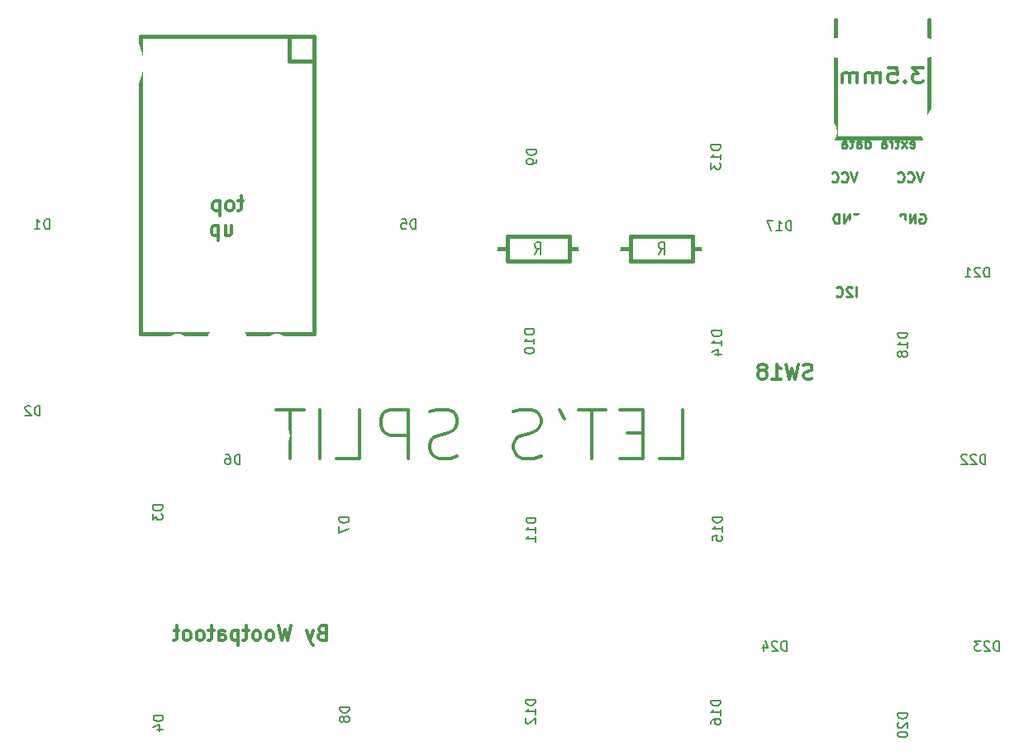
<source format=gbo>
%TF.GenerationSoftware,KiCad,Pcbnew,4.0.6*%
%TF.CreationDate,2017-11-03T08:26:54+09:00*%
%TF.ProjectId,lets_split,6C6574735F73706C69742E6B69636164,rev?*%
%TF.FileFunction,Legend,Bot*%
%FSLAX46Y46*%
G04 Gerber Fmt 4.6, Leading zero omitted, Abs format (unit mm)*
G04 Created by KiCad (PCBNEW 4.0.6) date 11/03/17 08:26:54*
%MOMM*%
%LPD*%
G01*
G04 APERTURE LIST*
%ADD10C,0.100000*%
%ADD11C,0.300000*%
%ADD12C,0.250000*%
%ADD13C,0.381000*%
%ADD14C,0.304800*%
%ADD15C,0.150000*%
%ADD16C,0.203200*%
%ADD17C,0.457200*%
%ADD18C,2.700000*%
%ADD19C,4.187810*%
%ADD20C,1.901810*%
%ADD21C,2.198980*%
%ADD22R,2.198980X2.198980*%
%ADD23O,2.257400X1.952600*%
%ADD24C,1.952600*%
%ADD25C,1.190600*%
%ADD26C,1.851000*%
%ADD27R,1.952600X1.952600*%
%ADD28C,2.200000*%
%ADD29C,1.724000*%
%ADD30C,1.200000*%
%ADD31C,0.700000*%
%ADD32C,8.200000*%
G04 APERTURE END LIST*
D10*
D11*
X-41014762Y33998095D02*
X-38633809Y33998095D01*
X-38633809Y38998095D01*
X-42681428Y36617143D02*
X-44348095Y36617143D01*
X-45062381Y33998095D02*
X-42681428Y33998095D01*
X-42681428Y38998095D01*
X-45062381Y38998095D01*
X-46490952Y38998095D02*
X-49348095Y38998095D01*
X-47919524Y33998095D02*
X-47919524Y38998095D01*
X-51252857Y38998095D02*
X-50776667Y38045714D01*
X-53157619Y34236190D02*
X-53871905Y33998095D01*
X-55062381Y33998095D01*
X-55538571Y34236190D01*
X-55776667Y34474286D01*
X-56014762Y34950476D01*
X-56014762Y35426667D01*
X-55776667Y35902857D01*
X-55538571Y36140952D01*
X-55062381Y36379048D01*
X-54110000Y36617143D01*
X-53633809Y36855238D01*
X-53395714Y37093333D01*
X-53157619Y37569524D01*
X-53157619Y38045714D01*
X-53395714Y38521905D01*
X-53633809Y38760000D01*
X-54110000Y38998095D01*
X-55300476Y38998095D01*
X-56014762Y38760000D01*
X-61729048Y34236190D02*
X-62443334Y33998095D01*
X-63633810Y33998095D01*
X-64110000Y34236190D01*
X-64348096Y34474286D01*
X-64586191Y34950476D01*
X-64586191Y35426667D01*
X-64348096Y35902857D01*
X-64110000Y36140952D01*
X-63633810Y36379048D01*
X-62681429Y36617143D01*
X-62205238Y36855238D01*
X-61967143Y37093333D01*
X-61729048Y37569524D01*
X-61729048Y38045714D01*
X-61967143Y38521905D01*
X-62205238Y38760000D01*
X-62681429Y38998095D01*
X-63871905Y38998095D01*
X-64586191Y38760000D01*
X-66729048Y33998095D02*
X-66729048Y38998095D01*
X-68633810Y38998095D01*
X-69110001Y38760000D01*
X-69348096Y38521905D01*
X-69586191Y38045714D01*
X-69586191Y37331429D01*
X-69348096Y36855238D01*
X-69110001Y36617143D01*
X-68633810Y36379048D01*
X-66729048Y36379048D01*
X-74110001Y33998095D02*
X-71729048Y33998095D01*
X-71729048Y38998095D01*
X-75776667Y33998095D02*
X-75776667Y38998095D01*
X-77443333Y38998095D02*
X-80300476Y38998095D01*
X-78871905Y33998095D02*
X-78871905Y38998095D01*
X-75610000Y16117143D02*
X-75824286Y16045714D01*
X-75895714Y15974286D01*
X-75967143Y15831429D01*
X-75967143Y15617143D01*
X-75895714Y15474286D01*
X-75824286Y15402857D01*
X-75681428Y15331429D01*
X-75110000Y15331429D01*
X-75110000Y16831429D01*
X-75610000Y16831429D01*
X-75752857Y16760000D01*
X-75824286Y16688571D01*
X-75895714Y16545714D01*
X-75895714Y16402857D01*
X-75824286Y16260000D01*
X-75752857Y16188571D01*
X-75610000Y16117143D01*
X-75110000Y16117143D01*
X-76467143Y16331429D02*
X-76824286Y15331429D01*
X-77181428Y16331429D02*
X-76824286Y15331429D01*
X-76681428Y14974286D01*
X-76610000Y14902857D01*
X-76467143Y14831429D01*
X-78752857Y16831429D02*
X-79110000Y15331429D01*
X-79395714Y16402857D01*
X-79681428Y15331429D01*
X-80038571Y16831429D01*
X-80824286Y15331429D02*
X-80681428Y15402857D01*
X-80610000Y15474286D01*
X-80538571Y15617143D01*
X-80538571Y16045714D01*
X-80610000Y16188571D01*
X-80681428Y16260000D01*
X-80824286Y16331429D01*
X-81038571Y16331429D01*
X-81181428Y16260000D01*
X-81252857Y16188571D01*
X-81324286Y16045714D01*
X-81324286Y15617143D01*
X-81252857Y15474286D01*
X-81181428Y15402857D01*
X-81038571Y15331429D01*
X-80824286Y15331429D01*
X-82181429Y15331429D02*
X-82038571Y15402857D01*
X-81967143Y15474286D01*
X-81895714Y15617143D01*
X-81895714Y16045714D01*
X-81967143Y16188571D01*
X-82038571Y16260000D01*
X-82181429Y16331429D01*
X-82395714Y16331429D01*
X-82538571Y16260000D01*
X-82610000Y16188571D01*
X-82681429Y16045714D01*
X-82681429Y15617143D01*
X-82610000Y15474286D01*
X-82538571Y15402857D01*
X-82395714Y15331429D01*
X-82181429Y15331429D01*
X-83110000Y16331429D02*
X-83681429Y16331429D01*
X-83324286Y16831429D02*
X-83324286Y15545714D01*
X-83395714Y15402857D01*
X-83538572Y15331429D01*
X-83681429Y15331429D01*
X-84181429Y16331429D02*
X-84181429Y14831429D01*
X-84181429Y16260000D02*
X-84324286Y16331429D01*
X-84610000Y16331429D01*
X-84752857Y16260000D01*
X-84824286Y16188571D01*
X-84895715Y16045714D01*
X-84895715Y15617143D01*
X-84824286Y15474286D01*
X-84752857Y15402857D01*
X-84610000Y15331429D01*
X-84324286Y15331429D01*
X-84181429Y15402857D01*
X-86181429Y15331429D02*
X-86181429Y16117143D01*
X-86110000Y16260000D01*
X-85967143Y16331429D01*
X-85681429Y16331429D01*
X-85538572Y16260000D01*
X-86181429Y15402857D02*
X-86038572Y15331429D01*
X-85681429Y15331429D01*
X-85538572Y15402857D01*
X-85467143Y15545714D01*
X-85467143Y15688571D01*
X-85538572Y15831429D01*
X-85681429Y15902857D01*
X-86038572Y15902857D01*
X-86181429Y15974286D01*
X-86681429Y16331429D02*
X-87252858Y16331429D01*
X-86895715Y16831429D02*
X-86895715Y15545714D01*
X-86967143Y15402857D01*
X-87110001Y15331429D01*
X-87252858Y15331429D01*
X-87967144Y15331429D02*
X-87824286Y15402857D01*
X-87752858Y15474286D01*
X-87681429Y15617143D01*
X-87681429Y16045714D01*
X-87752858Y16188571D01*
X-87824286Y16260000D01*
X-87967144Y16331429D01*
X-88181429Y16331429D01*
X-88324286Y16260000D01*
X-88395715Y16188571D01*
X-88467144Y16045714D01*
X-88467144Y15617143D01*
X-88395715Y15474286D01*
X-88324286Y15402857D01*
X-88181429Y15331429D01*
X-87967144Y15331429D01*
X-89324287Y15331429D02*
X-89181429Y15402857D01*
X-89110001Y15474286D01*
X-89038572Y15617143D01*
X-89038572Y16045714D01*
X-89110001Y16188571D01*
X-89181429Y16260000D01*
X-89324287Y16331429D01*
X-89538572Y16331429D01*
X-89681429Y16260000D01*
X-89752858Y16188571D01*
X-89824287Y16045714D01*
X-89824287Y15617143D01*
X-89752858Y15474286D01*
X-89681429Y15402857D01*
X-89538572Y15331429D01*
X-89324287Y15331429D01*
X-90252858Y16331429D02*
X-90824287Y16331429D01*
X-90467144Y16831429D02*
X-90467144Y15545714D01*
X-90538572Y15402857D01*
X-90681430Y15331429D01*
X-90824287Y15331429D01*
X-83645714Y60356429D02*
X-84217143Y60356429D01*
X-83860000Y60856429D02*
X-83860000Y59570714D01*
X-83931428Y59427857D01*
X-84074286Y59356429D01*
X-84217143Y59356429D01*
X-84931429Y59356429D02*
X-84788571Y59427857D01*
X-84717143Y59499286D01*
X-84645714Y59642143D01*
X-84645714Y60070714D01*
X-84717143Y60213571D01*
X-84788571Y60285000D01*
X-84931429Y60356429D01*
X-85145714Y60356429D01*
X-85288571Y60285000D01*
X-85360000Y60213571D01*
X-85431429Y60070714D01*
X-85431429Y59642143D01*
X-85360000Y59499286D01*
X-85288571Y59427857D01*
X-85145714Y59356429D01*
X-84931429Y59356429D01*
X-86074286Y60356429D02*
X-86074286Y58856429D01*
X-86074286Y60285000D02*
X-86217143Y60356429D01*
X-86502857Y60356429D01*
X-86645714Y60285000D01*
X-86717143Y60213571D01*
X-86788572Y60070714D01*
X-86788572Y59642143D01*
X-86717143Y59499286D01*
X-86645714Y59427857D01*
X-86502857Y59356429D01*
X-86217143Y59356429D01*
X-86074286Y59427857D01*
X-85502857Y57806429D02*
X-85502857Y56806429D01*
X-84860000Y57806429D02*
X-84860000Y57020714D01*
X-84931428Y56877857D01*
X-85074286Y56806429D01*
X-85288571Y56806429D01*
X-85431428Y56877857D01*
X-85502857Y56949286D01*
X-86217143Y57806429D02*
X-86217143Y56306429D01*
X-86217143Y57735000D02*
X-86360000Y57806429D01*
X-86645714Y57806429D01*
X-86788571Y57735000D01*
X-86860000Y57663571D01*
X-86931429Y57520714D01*
X-86931429Y57092143D01*
X-86860000Y56949286D01*
X-86788571Y56877857D01*
X-86645714Y56806429D01*
X-86360000Y56806429D01*
X-86217143Y56877857D01*
D12*
X-20883810Y50557619D02*
X-20883810Y51557619D01*
X-21312381Y51462381D02*
X-21360000Y51510000D01*
X-21455238Y51557619D01*
X-21693334Y51557619D01*
X-21788572Y51510000D01*
X-21836191Y51462381D01*
X-21883810Y51367143D01*
X-21883810Y51271905D01*
X-21836191Y51129048D01*
X-21264762Y50557619D01*
X-21883810Y50557619D01*
X-22883810Y50652857D02*
X-22836191Y50605238D01*
X-22693334Y50557619D01*
X-22598096Y50557619D01*
X-22455238Y50605238D01*
X-22360000Y50700476D01*
X-22312381Y50795714D01*
X-22264762Y50986190D01*
X-22264762Y51129048D01*
X-22312381Y51319524D01*
X-22360000Y51414762D01*
X-22455238Y51510000D01*
X-22598096Y51557619D01*
X-22693334Y51557619D01*
X-22836191Y51510000D01*
X-22883810Y51462381D01*
X-15324285Y65855238D02*
X-15229047Y65807619D01*
X-15038570Y65807619D01*
X-14943332Y65855238D01*
X-14895713Y65950476D01*
X-14895713Y66331429D01*
X-14943332Y66426667D01*
X-15038570Y66474286D01*
X-15229047Y66474286D01*
X-15324285Y66426667D01*
X-15371904Y66331429D01*
X-15371904Y66236190D01*
X-14895713Y66140952D01*
X-15705237Y65807619D02*
X-16229047Y66474286D01*
X-15705237Y66474286D02*
X-16229047Y65807619D01*
X-16467142Y66474286D02*
X-16848094Y66474286D01*
X-16609999Y66807619D02*
X-16609999Y65950476D01*
X-16657618Y65855238D01*
X-16752856Y65807619D01*
X-16848094Y65807619D01*
X-17181428Y65807619D02*
X-17181428Y66474286D01*
X-17181428Y66283810D02*
X-17229047Y66379048D01*
X-17276666Y66426667D01*
X-17371904Y66474286D01*
X-17467143Y66474286D01*
X-18229048Y65807619D02*
X-18229048Y66331429D01*
X-18181429Y66426667D01*
X-18086191Y66474286D01*
X-17895714Y66474286D01*
X-17800476Y66426667D01*
X-18229048Y65855238D02*
X-18133810Y65807619D01*
X-17895714Y65807619D01*
X-17800476Y65855238D01*
X-17752857Y65950476D01*
X-17752857Y66045714D01*
X-17800476Y66140952D01*
X-17895714Y66188571D01*
X-18133810Y66188571D01*
X-18229048Y66236190D01*
X-19895715Y65807619D02*
X-19895715Y66807619D01*
X-19895715Y65855238D02*
X-19800477Y65807619D01*
X-19610000Y65807619D01*
X-19514762Y65855238D01*
X-19467143Y65902857D01*
X-19419524Y65998095D01*
X-19419524Y66283810D01*
X-19467143Y66379048D01*
X-19514762Y66426667D01*
X-19610000Y66474286D01*
X-19800477Y66474286D01*
X-19895715Y66426667D01*
X-20800477Y65807619D02*
X-20800477Y66331429D01*
X-20752858Y66426667D01*
X-20657620Y66474286D01*
X-20467143Y66474286D01*
X-20371905Y66426667D01*
X-20800477Y65855238D02*
X-20705239Y65807619D01*
X-20467143Y65807619D01*
X-20371905Y65855238D01*
X-20324286Y65950476D01*
X-20324286Y66045714D01*
X-20371905Y66140952D01*
X-20467143Y66188571D01*
X-20705239Y66188571D01*
X-20800477Y66236190D01*
X-21133810Y66474286D02*
X-21514762Y66474286D01*
X-21276667Y66807619D02*
X-21276667Y65950476D01*
X-21324286Y65855238D01*
X-21419524Y65807619D01*
X-21514762Y65807619D01*
X-22276668Y65807619D02*
X-22276668Y66331429D01*
X-22229049Y66426667D01*
X-22133811Y66474286D01*
X-21943334Y66474286D01*
X-21848096Y66426667D01*
X-22276668Y65855238D02*
X-22181430Y65807619D01*
X-21943334Y65807619D01*
X-21848096Y65855238D01*
X-21800477Y65950476D01*
X-21800477Y66045714D01*
X-21848096Y66140952D01*
X-21943334Y66188571D01*
X-22181430Y66188571D01*
X-22276668Y66236190D01*
X-21098096Y59010000D02*
X-21002858Y59057619D01*
X-20860001Y59057619D01*
X-20717143Y59010000D01*
X-20621905Y58914762D01*
X-20574286Y58819524D01*
X-20526667Y58629048D01*
X-20526667Y58486190D01*
X-20574286Y58295714D01*
X-20621905Y58200476D01*
X-20717143Y58105238D01*
X-20860001Y58057619D01*
X-20955239Y58057619D01*
X-21098096Y58105238D01*
X-21145715Y58152857D01*
X-21145715Y58486190D01*
X-20955239Y58486190D01*
X-21574286Y58057619D02*
X-21574286Y59057619D01*
X-22145715Y58057619D01*
X-22145715Y59057619D01*
X-22621905Y58057619D02*
X-22621905Y59057619D01*
X-22860000Y59057619D01*
X-23002858Y59010000D01*
X-23098096Y58914762D01*
X-23145715Y58819524D01*
X-23193334Y58629048D01*
X-23193334Y58486190D01*
X-23145715Y58295714D01*
X-23098096Y58200476D01*
X-23002858Y58105238D01*
X-22860000Y58057619D01*
X-22621905Y58057619D01*
X-20776667Y63307619D02*
X-21110000Y62307619D01*
X-21443334Y63307619D01*
X-22348096Y62402857D02*
X-22300477Y62355238D01*
X-22157620Y62307619D01*
X-22062382Y62307619D01*
X-21919524Y62355238D01*
X-21824286Y62450476D01*
X-21776667Y62545714D01*
X-21729048Y62736190D01*
X-21729048Y62879048D01*
X-21776667Y63069524D01*
X-21824286Y63164762D01*
X-21919524Y63260000D01*
X-22062382Y63307619D01*
X-22157620Y63307619D01*
X-22300477Y63260000D01*
X-22348096Y63212381D01*
X-23348096Y62402857D02*
X-23300477Y62355238D01*
X-23157620Y62307619D01*
X-23062382Y62307619D01*
X-22919524Y62355238D01*
X-22824286Y62450476D01*
X-22776667Y62545714D01*
X-22729048Y62736190D01*
X-22729048Y62879048D01*
X-22776667Y63069524D01*
X-22824286Y63164762D01*
X-22919524Y63260000D01*
X-23062382Y63307619D01*
X-23157620Y63307619D01*
X-23300477Y63260000D01*
X-23348096Y63212381D01*
X-14026667Y63307619D02*
X-14360000Y62307619D01*
X-14693334Y63307619D01*
X-15598096Y62402857D02*
X-15550477Y62355238D01*
X-15407620Y62307619D01*
X-15312382Y62307619D01*
X-15169524Y62355238D01*
X-15074286Y62450476D01*
X-15026667Y62545714D01*
X-14979048Y62736190D01*
X-14979048Y62879048D01*
X-15026667Y63069524D01*
X-15074286Y63164762D01*
X-15169524Y63260000D01*
X-15312382Y63307619D01*
X-15407620Y63307619D01*
X-15550477Y63260000D01*
X-15598096Y63212381D01*
X-16598096Y62402857D02*
X-16550477Y62355238D01*
X-16407620Y62307619D01*
X-16312382Y62307619D01*
X-16169524Y62355238D01*
X-16074286Y62450476D01*
X-16026667Y62545714D01*
X-15979048Y62736190D01*
X-15979048Y62879048D01*
X-16026667Y63069524D01*
X-16074286Y63164762D01*
X-16169524Y63260000D01*
X-16312382Y63307619D01*
X-16407620Y63307619D01*
X-16550477Y63260000D01*
X-16598096Y63212381D01*
X-14348096Y59010000D02*
X-14252858Y59057619D01*
X-14110001Y59057619D01*
X-13967143Y59010000D01*
X-13871905Y58914762D01*
X-13824286Y58819524D01*
X-13776667Y58629048D01*
X-13776667Y58486190D01*
X-13824286Y58295714D01*
X-13871905Y58200476D01*
X-13967143Y58105238D01*
X-14110001Y58057619D01*
X-14205239Y58057619D01*
X-14348096Y58105238D01*
X-14395715Y58152857D01*
X-14395715Y58486190D01*
X-14205239Y58486190D01*
X-14824286Y58057619D02*
X-14824286Y59057619D01*
X-15395715Y58057619D01*
X-15395715Y59057619D01*
X-15871905Y58057619D02*
X-15871905Y59057619D01*
X-16110000Y59057619D01*
X-16252858Y59010000D01*
X-16348096Y58914762D01*
X-16395715Y58819524D01*
X-16443334Y58629048D01*
X-16443334Y58486190D01*
X-16395715Y58295714D01*
X-16348096Y58200476D01*
X-16252858Y58105238D01*
X-16110000Y58057619D01*
X-15871905Y58057619D01*
D13*
X-13409400Y78910000D02*
X-13409400Y66845000D01*
X-13409400Y66845000D02*
X-23010600Y66845000D01*
X-23010600Y66845000D02*
X-23010600Y78910000D01*
X-50285000Y56730000D02*
X-56635000Y56730000D01*
X-56635000Y56730000D02*
X-56635000Y54190000D01*
X-56635000Y54190000D02*
X-50285000Y54190000D01*
X-50285000Y54190000D02*
X-50285000Y56730000D01*
X-58540000Y55460000D02*
X-56635000Y55460000D01*
X-48380000Y55460000D02*
X-50285000Y55460000D01*
X-43985000Y54190000D02*
X-37635000Y54190000D01*
X-37635000Y54190000D02*
X-37635000Y56730000D01*
X-37635000Y56730000D02*
X-43985000Y56730000D01*
X-43985000Y56730000D02*
X-43985000Y54190000D01*
X-35730000Y55460000D02*
X-37635000Y55460000D01*
X-45890000Y55460000D02*
X-43985000Y55460000D01*
X-94200000Y77250000D02*
X-76420000Y77250000D01*
X-76420000Y77250000D02*
X-76420000Y46770000D01*
X-76420000Y46770000D02*
X-94200000Y46770000D01*
X-94200000Y46770000D02*
X-94200000Y77250000D01*
X-78960000Y77250000D02*
X-78960000Y74710000D01*
X-78960000Y74710000D02*
X-76420000Y74710000D01*
D14*
X-25402286Y42195143D02*
X-25620000Y42122571D01*
X-25982857Y42122571D01*
X-26128000Y42195143D01*
X-26200571Y42267714D01*
X-26273143Y42412857D01*
X-26273143Y42558000D01*
X-26200571Y42703143D01*
X-26128000Y42775714D01*
X-25982857Y42848286D01*
X-25692571Y42920857D01*
X-25547429Y42993429D01*
X-25474857Y43066000D01*
X-25402286Y43211143D01*
X-25402286Y43356286D01*
X-25474857Y43501429D01*
X-25547429Y43574000D01*
X-25692571Y43646571D01*
X-26055429Y43646571D01*
X-26273143Y43574000D01*
X-26781143Y43646571D02*
X-27144000Y42122571D01*
X-27434286Y43211143D01*
X-27724572Y42122571D01*
X-28087429Y43646571D01*
X-29466286Y42122571D02*
X-28595429Y42122571D01*
X-29030857Y42122571D02*
X-29030857Y43646571D01*
X-28885714Y43428857D01*
X-28740572Y43283714D01*
X-28595429Y43211143D01*
X-30337143Y42993429D02*
X-30192001Y43066000D01*
X-30119429Y43138571D01*
X-30046858Y43283714D01*
X-30046858Y43356286D01*
X-30119429Y43501429D01*
X-30192001Y43574000D01*
X-30337143Y43646571D01*
X-30627429Y43646571D01*
X-30772572Y43574000D01*
X-30845143Y43501429D01*
X-30917715Y43356286D01*
X-30917715Y43283714D01*
X-30845143Y43138571D01*
X-30772572Y43066000D01*
X-30627429Y42993429D01*
X-30337143Y42993429D01*
X-30192001Y42920857D01*
X-30119429Y42848286D01*
X-30046858Y42703143D01*
X-30046858Y42412857D01*
X-30119429Y42267714D01*
X-30192001Y42195143D01*
X-30337143Y42122571D01*
X-30627429Y42122571D01*
X-30772572Y42195143D01*
X-30845143Y42267714D01*
X-30917715Y42412857D01*
X-30917715Y42703143D01*
X-30845143Y42848286D01*
X-30772572Y42920857D01*
X-30627429Y42993429D01*
D15*
X-15617619Y7884286D02*
X-16617619Y7884286D01*
X-16617619Y7646191D01*
X-16570000Y7503333D01*
X-16474762Y7408095D01*
X-16379524Y7360476D01*
X-16189048Y7312857D01*
X-16046190Y7312857D01*
X-15855714Y7360476D01*
X-15760476Y7408095D01*
X-15665238Y7503333D01*
X-15617619Y7646191D01*
X-15617619Y7884286D01*
X-16522381Y6931905D02*
X-16570000Y6884286D01*
X-16617619Y6789048D01*
X-16617619Y6550952D01*
X-16570000Y6455714D01*
X-16522381Y6408095D01*
X-16427143Y6360476D01*
X-16331905Y6360476D01*
X-16189048Y6408095D01*
X-15617619Y6979524D01*
X-15617619Y6360476D01*
X-16617619Y5741429D02*
X-16617619Y5646190D01*
X-16570000Y5550952D01*
X-16522381Y5503333D01*
X-16427143Y5455714D01*
X-16236667Y5408095D01*
X-15998571Y5408095D01*
X-15808095Y5455714D01*
X-15712857Y5503333D01*
X-15665238Y5550952D01*
X-15617619Y5646190D01*
X-15617619Y5741429D01*
X-15665238Y5836667D01*
X-15712857Y5884286D01*
X-15808095Y5931905D01*
X-15998571Y5979524D01*
X-16236667Y5979524D01*
X-16427143Y5931905D01*
X-16522381Y5884286D01*
X-16570000Y5836667D01*
X-16617619Y5741429D01*
X-72777619Y8498095D02*
X-73777619Y8498095D01*
X-73777619Y8260000D01*
X-73730000Y8117142D01*
X-73634762Y8021904D01*
X-73539524Y7974285D01*
X-73349048Y7926666D01*
X-73206190Y7926666D01*
X-73015714Y7974285D01*
X-72920476Y8021904D01*
X-72825238Y8117142D01*
X-72777619Y8260000D01*
X-72777619Y8498095D01*
X-73349048Y7355238D02*
X-73396667Y7450476D01*
X-73444286Y7498095D01*
X-73539524Y7545714D01*
X-73587143Y7545714D01*
X-73682381Y7498095D01*
X-73730000Y7450476D01*
X-73777619Y7355238D01*
X-73777619Y7164761D01*
X-73730000Y7069523D01*
X-73682381Y7021904D01*
X-73587143Y6974285D01*
X-73539524Y6974285D01*
X-73444286Y7021904D01*
X-73396667Y7069523D01*
X-73349048Y7164761D01*
X-73349048Y7355238D01*
X-73301429Y7450476D01*
X-73253810Y7498095D01*
X-73158571Y7545714D01*
X-72968095Y7545714D01*
X-72872857Y7498095D01*
X-72825238Y7450476D01*
X-72777619Y7355238D01*
X-72777619Y7164761D01*
X-72825238Y7069523D01*
X-72872857Y7021904D01*
X-72968095Y6974285D01*
X-73158571Y6974285D01*
X-73253810Y7021904D01*
X-73301429Y7069523D01*
X-73349048Y7164761D01*
X-53737619Y9264286D02*
X-54737619Y9264286D01*
X-54737619Y9026191D01*
X-54690000Y8883333D01*
X-54594762Y8788095D01*
X-54499524Y8740476D01*
X-54309048Y8692857D01*
X-54166190Y8692857D01*
X-53975714Y8740476D01*
X-53880476Y8788095D01*
X-53785238Y8883333D01*
X-53737619Y9026191D01*
X-53737619Y9264286D01*
X-53737619Y7740476D02*
X-53737619Y8311905D01*
X-53737619Y8026191D02*
X-54737619Y8026191D01*
X-54594762Y8121429D01*
X-54499524Y8216667D01*
X-54451905Y8311905D01*
X-54642381Y7359524D02*
X-54690000Y7311905D01*
X-54737619Y7216667D01*
X-54737619Y6978571D01*
X-54690000Y6883333D01*
X-54642381Y6835714D01*
X-54547143Y6788095D01*
X-54451905Y6788095D01*
X-54309048Y6835714D01*
X-53737619Y7407143D01*
X-53737619Y6788095D01*
X-34747619Y9184286D02*
X-35747619Y9184286D01*
X-35747619Y8946191D01*
X-35700000Y8803333D01*
X-35604762Y8708095D01*
X-35509524Y8660476D01*
X-35319048Y8612857D01*
X-35176190Y8612857D01*
X-34985714Y8660476D01*
X-34890476Y8708095D01*
X-34795238Y8803333D01*
X-34747619Y8946191D01*
X-34747619Y9184286D01*
X-34747619Y7660476D02*
X-34747619Y8231905D01*
X-34747619Y7946191D02*
X-35747619Y7946191D01*
X-35604762Y8041429D01*
X-35509524Y8136667D01*
X-35461905Y8231905D01*
X-35747619Y6803333D02*
X-35747619Y6993810D01*
X-35700000Y7089048D01*
X-35652381Y7136667D01*
X-35509524Y7231905D01*
X-35319048Y7279524D01*
X-34938095Y7279524D01*
X-34842857Y7231905D01*
X-34795238Y7184286D01*
X-34747619Y7089048D01*
X-34747619Y6898571D01*
X-34795238Y6803333D01*
X-34842857Y6755714D01*
X-34938095Y6708095D01*
X-35176190Y6708095D01*
X-35271429Y6755714D01*
X-35319048Y6803333D01*
X-35366667Y6898571D01*
X-35366667Y7089048D01*
X-35319048Y7184286D01*
X-35271429Y7231905D01*
X-35176190Y7279524D01*
X-28005714Y14277619D02*
X-28005714Y15277619D01*
X-28243809Y15277619D01*
X-28386667Y15230000D01*
X-28481905Y15134762D01*
X-28529524Y15039524D01*
X-28577143Y14849048D01*
X-28577143Y14706190D01*
X-28529524Y14515714D01*
X-28481905Y14420476D01*
X-28386667Y14325238D01*
X-28243809Y14277619D01*
X-28005714Y14277619D01*
X-28958095Y15182381D02*
X-29005714Y15230000D01*
X-29100952Y15277619D01*
X-29339048Y15277619D01*
X-29434286Y15230000D01*
X-29481905Y15182381D01*
X-29529524Y15087143D01*
X-29529524Y14991905D01*
X-29481905Y14849048D01*
X-28910476Y14277619D01*
X-29529524Y14277619D01*
X-30386667Y14944286D02*
X-30386667Y14277619D01*
X-30148571Y15325238D02*
X-29910476Y14610952D01*
X-30529524Y14610952D01*
X-7615714Y33417619D02*
X-7615714Y34417619D01*
X-7853809Y34417619D01*
X-7996667Y34370000D01*
X-8091905Y34274762D01*
X-8139524Y34179524D01*
X-8187143Y33989048D01*
X-8187143Y33846190D01*
X-8139524Y33655714D01*
X-8091905Y33560476D01*
X-7996667Y33465238D01*
X-7853809Y33417619D01*
X-7615714Y33417619D01*
X-8568095Y34322381D02*
X-8615714Y34370000D01*
X-8710952Y34417619D01*
X-8949048Y34417619D01*
X-9044286Y34370000D01*
X-9091905Y34322381D01*
X-9139524Y34227143D01*
X-9139524Y34131905D01*
X-9091905Y33989048D01*
X-8520476Y33417619D01*
X-9139524Y33417619D01*
X-9520476Y34322381D02*
X-9568095Y34370000D01*
X-9663333Y34417619D01*
X-9901429Y34417619D01*
X-9996667Y34370000D01*
X-10044286Y34322381D01*
X-10091905Y34227143D01*
X-10091905Y34131905D01*
X-10044286Y33989048D01*
X-9472857Y33417619D01*
X-10091905Y33417619D01*
X-6245714Y14267619D02*
X-6245714Y15267619D01*
X-6483809Y15267619D01*
X-6626667Y15220000D01*
X-6721905Y15124762D01*
X-6769524Y15029524D01*
X-6817143Y14839048D01*
X-6817143Y14696190D01*
X-6769524Y14505714D01*
X-6721905Y14410476D01*
X-6626667Y14315238D01*
X-6483809Y14267619D01*
X-6245714Y14267619D01*
X-7198095Y15172381D02*
X-7245714Y15220000D01*
X-7340952Y15267619D01*
X-7579048Y15267619D01*
X-7674286Y15220000D01*
X-7721905Y15172381D01*
X-7769524Y15077143D01*
X-7769524Y14981905D01*
X-7721905Y14839048D01*
X-7150476Y14267619D01*
X-7769524Y14267619D01*
X-8102857Y15267619D02*
X-8721905Y15267619D01*
X-8388571Y14886667D01*
X-8531429Y14886667D01*
X-8626667Y14839048D01*
X-8674286Y14791429D01*
X-8721905Y14696190D01*
X-8721905Y14458095D01*
X-8674286Y14362857D01*
X-8626667Y14315238D01*
X-8531429Y14267619D01*
X-8245714Y14267619D01*
X-8150476Y14315238D01*
X-8102857Y14362857D01*
X-34577619Y27974286D02*
X-35577619Y27974286D01*
X-35577619Y27736191D01*
X-35530000Y27593333D01*
X-35434762Y27498095D01*
X-35339524Y27450476D01*
X-35149048Y27402857D01*
X-35006190Y27402857D01*
X-34815714Y27450476D01*
X-34720476Y27498095D01*
X-34625238Y27593333D01*
X-34577619Y27736191D01*
X-34577619Y27974286D01*
X-34577619Y26450476D02*
X-34577619Y27021905D01*
X-34577619Y26736191D02*
X-35577619Y26736191D01*
X-35434762Y26831429D01*
X-35339524Y26926667D01*
X-35291905Y27021905D01*
X-35577619Y25545714D02*
X-35577619Y26021905D01*
X-35101429Y26069524D01*
X-35149048Y26021905D01*
X-35196667Y25926667D01*
X-35196667Y25688571D01*
X-35149048Y25593333D01*
X-35101429Y25545714D01*
X-35006190Y25498095D01*
X-34768095Y25498095D01*
X-34672857Y25545714D01*
X-34625238Y25593333D01*
X-34577619Y25688571D01*
X-34577619Y25926667D01*
X-34625238Y26021905D01*
X-34672857Y26069524D01*
X-53687619Y27914286D02*
X-54687619Y27914286D01*
X-54687619Y27676191D01*
X-54640000Y27533333D01*
X-54544762Y27438095D01*
X-54449524Y27390476D01*
X-54259048Y27342857D01*
X-54116190Y27342857D01*
X-53925714Y27390476D01*
X-53830476Y27438095D01*
X-53735238Y27533333D01*
X-53687619Y27676191D01*
X-53687619Y27914286D01*
X-53687619Y26390476D02*
X-53687619Y26961905D01*
X-53687619Y26676191D02*
X-54687619Y26676191D01*
X-54544762Y26771429D01*
X-54449524Y26866667D01*
X-54401905Y26961905D01*
X-53687619Y25438095D02*
X-53687619Y26009524D01*
X-53687619Y25723810D02*
X-54687619Y25723810D01*
X-54544762Y25819048D01*
X-54449524Y25914286D01*
X-54401905Y26009524D01*
X-72827619Y27948095D02*
X-73827619Y27948095D01*
X-73827619Y27710000D01*
X-73780000Y27567142D01*
X-73684762Y27471904D01*
X-73589524Y27424285D01*
X-73399048Y27376666D01*
X-73256190Y27376666D01*
X-73065714Y27424285D01*
X-72970476Y27471904D01*
X-72875238Y27567142D01*
X-72827619Y27710000D01*
X-72827619Y27948095D01*
X-73827619Y27043333D02*
X-73827619Y26376666D01*
X-72827619Y26805238D01*
X-104481905Y38387619D02*
X-104481905Y39387619D01*
X-104720000Y39387619D01*
X-104862858Y39340000D01*
X-104958096Y39244762D01*
X-105005715Y39149524D01*
X-105053334Y38959048D01*
X-105053334Y38816190D01*
X-105005715Y38625714D01*
X-104958096Y38530476D01*
X-104862858Y38435238D01*
X-104720000Y38387619D01*
X-104481905Y38387619D01*
X-105434286Y39292381D02*
X-105481905Y39340000D01*
X-105577143Y39387619D01*
X-105815239Y39387619D01*
X-105910477Y39340000D01*
X-105958096Y39292381D01*
X-106005715Y39197143D01*
X-106005715Y39101905D01*
X-105958096Y38959048D01*
X-105386667Y38387619D01*
X-106005715Y38387619D01*
X-91867619Y7628095D02*
X-92867619Y7628095D01*
X-92867619Y7390000D01*
X-92820000Y7247142D01*
X-92724762Y7151904D01*
X-92629524Y7104285D01*
X-92439048Y7056666D01*
X-92296190Y7056666D01*
X-92105714Y7104285D01*
X-92010476Y7151904D01*
X-91915238Y7247142D01*
X-91867619Y7390000D01*
X-91867619Y7628095D01*
X-92534286Y6199523D02*
X-91867619Y6199523D01*
X-92915238Y6437619D02*
X-92200952Y6675714D01*
X-92200952Y6056666D01*
X-84001905Y33387619D02*
X-84001905Y34387619D01*
X-84240000Y34387619D01*
X-84382858Y34340000D01*
X-84478096Y34244762D01*
X-84525715Y34149524D01*
X-84573334Y33959048D01*
X-84573334Y33816190D01*
X-84525715Y33625714D01*
X-84478096Y33530476D01*
X-84382858Y33435238D01*
X-84240000Y33387619D01*
X-84001905Y33387619D01*
X-85430477Y34387619D02*
X-85240000Y34387619D01*
X-85144762Y34340000D01*
X-85097143Y34292381D01*
X-85001905Y34149524D01*
X-84954286Y33959048D01*
X-84954286Y33578095D01*
X-85001905Y33482857D01*
X-85049524Y33435238D01*
X-85144762Y33387619D01*
X-85335239Y33387619D01*
X-85430477Y33435238D01*
X-85478096Y33482857D01*
X-85525715Y33578095D01*
X-85525715Y33816190D01*
X-85478096Y33911429D01*
X-85430477Y33959048D01*
X-85335239Y34006667D01*
X-85144762Y34006667D01*
X-85049524Y33959048D01*
X-85001905Y33911429D01*
X-84954286Y33816190D01*
X-53857619Y47224286D02*
X-54857619Y47224286D01*
X-54857619Y46986191D01*
X-54810000Y46843333D01*
X-54714762Y46748095D01*
X-54619524Y46700476D01*
X-54429048Y46652857D01*
X-54286190Y46652857D01*
X-54095714Y46700476D01*
X-54000476Y46748095D01*
X-53905238Y46843333D01*
X-53857619Y46986191D01*
X-53857619Y47224286D01*
X-53857619Y45700476D02*
X-53857619Y46271905D01*
X-53857619Y45986191D02*
X-54857619Y45986191D01*
X-54714762Y46081429D01*
X-54619524Y46176667D01*
X-54571905Y46271905D01*
X-54857619Y45081429D02*
X-54857619Y44986190D01*
X-54810000Y44890952D01*
X-54762381Y44843333D01*
X-54667143Y44795714D01*
X-54476667Y44748095D01*
X-54238571Y44748095D01*
X-54048095Y44795714D01*
X-53952857Y44843333D01*
X-53905238Y44890952D01*
X-53857619Y44986190D01*
X-53857619Y45081429D01*
X-53905238Y45176667D01*
X-53952857Y45224286D01*
X-54048095Y45271905D01*
X-54238571Y45319524D01*
X-54476667Y45319524D01*
X-54667143Y45271905D01*
X-54762381Y45224286D01*
X-54810000Y45176667D01*
X-54857619Y45081429D01*
X-34647619Y47054286D02*
X-35647619Y47054286D01*
X-35647619Y46816191D01*
X-35600000Y46673333D01*
X-35504762Y46578095D01*
X-35409524Y46530476D01*
X-35219048Y46482857D01*
X-35076190Y46482857D01*
X-34885714Y46530476D01*
X-34790476Y46578095D01*
X-34695238Y46673333D01*
X-34647619Y46816191D01*
X-34647619Y47054286D01*
X-34647619Y45530476D02*
X-34647619Y46101905D01*
X-34647619Y45816191D02*
X-35647619Y45816191D01*
X-35504762Y45911429D01*
X-35409524Y46006667D01*
X-35361905Y46101905D01*
X-35314286Y44673333D02*
X-34647619Y44673333D01*
X-35695238Y44911429D02*
X-34980952Y45149524D01*
X-34980952Y44530476D01*
X-15627619Y46864286D02*
X-16627619Y46864286D01*
X-16627619Y46626191D01*
X-16580000Y46483333D01*
X-16484762Y46388095D01*
X-16389524Y46340476D01*
X-16199048Y46292857D01*
X-16056190Y46292857D01*
X-15865714Y46340476D01*
X-15770476Y46388095D01*
X-15675238Y46483333D01*
X-15627619Y46626191D01*
X-15627619Y46864286D01*
X-15627619Y45340476D02*
X-15627619Y45911905D01*
X-15627619Y45626191D02*
X-16627619Y45626191D01*
X-16484762Y45721429D01*
X-16389524Y45816667D01*
X-16341905Y45911905D01*
X-16199048Y44769048D02*
X-16246667Y44864286D01*
X-16294286Y44911905D01*
X-16389524Y44959524D01*
X-16437143Y44959524D01*
X-16532381Y44911905D01*
X-16580000Y44864286D01*
X-16627619Y44769048D01*
X-16627619Y44578571D01*
X-16580000Y44483333D01*
X-16532381Y44435714D01*
X-16437143Y44388095D01*
X-16389524Y44388095D01*
X-16294286Y44435714D01*
X-16246667Y44483333D01*
X-16199048Y44578571D01*
X-16199048Y44769048D01*
X-16151429Y44864286D01*
X-16103810Y44911905D01*
X-16008571Y44959524D01*
X-15818095Y44959524D01*
X-15722857Y44911905D01*
X-15675238Y44864286D01*
X-15627619Y44769048D01*
X-15627619Y44578571D01*
X-15675238Y44483333D01*
X-15722857Y44435714D01*
X-15818095Y44388095D01*
X-16008571Y44388095D01*
X-16103810Y44435714D01*
X-16151429Y44483333D01*
X-16199048Y44578571D01*
X-7235714Y52567619D02*
X-7235714Y53567619D01*
X-7473809Y53567619D01*
X-7616667Y53520000D01*
X-7711905Y53424762D01*
X-7759524Y53329524D01*
X-7807143Y53139048D01*
X-7807143Y52996190D01*
X-7759524Y52805714D01*
X-7711905Y52710476D01*
X-7616667Y52615238D01*
X-7473809Y52567619D01*
X-7235714Y52567619D01*
X-8188095Y53472381D02*
X-8235714Y53520000D01*
X-8330952Y53567619D01*
X-8569048Y53567619D01*
X-8664286Y53520000D01*
X-8711905Y53472381D01*
X-8759524Y53377143D01*
X-8759524Y53281905D01*
X-8711905Y53139048D01*
X-8140476Y52567619D01*
X-8759524Y52567619D01*
X-9711905Y52567619D02*
X-9140476Y52567619D01*
X-9426190Y52567619D02*
X-9426190Y53567619D01*
X-9330952Y53424762D01*
X-9235714Y53329524D01*
X-9140476Y53281905D01*
X-27525714Y57357619D02*
X-27525714Y58357619D01*
X-27763809Y58357619D01*
X-27906667Y58310000D01*
X-28001905Y58214762D01*
X-28049524Y58119524D01*
X-28097143Y57929048D01*
X-28097143Y57786190D01*
X-28049524Y57595714D01*
X-28001905Y57500476D01*
X-27906667Y57405238D01*
X-27763809Y57357619D01*
X-27525714Y57357619D01*
X-29049524Y57357619D02*
X-28478095Y57357619D01*
X-28763809Y57357619D02*
X-28763809Y58357619D01*
X-28668571Y58214762D01*
X-28573333Y58119524D01*
X-28478095Y58071905D01*
X-29382857Y58357619D02*
X-30049524Y58357619D01*
X-29620952Y57357619D01*
X-34747619Y66114286D02*
X-35747619Y66114286D01*
X-35747619Y65876191D01*
X-35700000Y65733333D01*
X-35604762Y65638095D01*
X-35509524Y65590476D01*
X-35319048Y65542857D01*
X-35176190Y65542857D01*
X-34985714Y65590476D01*
X-34890476Y65638095D01*
X-34795238Y65733333D01*
X-34747619Y65876191D01*
X-34747619Y66114286D01*
X-34747619Y64590476D02*
X-34747619Y65161905D01*
X-34747619Y64876191D02*
X-35747619Y64876191D01*
X-35604762Y64971429D01*
X-35509524Y65066667D01*
X-35461905Y65161905D01*
X-35747619Y64257143D02*
X-35747619Y63638095D01*
X-35366667Y63971429D01*
X-35366667Y63828571D01*
X-35319048Y63733333D01*
X-35271429Y63685714D01*
X-35176190Y63638095D01*
X-34938095Y63638095D01*
X-34842857Y63685714D01*
X-34795238Y63733333D01*
X-34747619Y63828571D01*
X-34747619Y64114286D01*
X-34795238Y64209524D01*
X-34842857Y64257143D01*
X-53617619Y65638095D02*
X-54617619Y65638095D01*
X-54617619Y65400000D01*
X-54570000Y65257142D01*
X-54474762Y65161904D01*
X-54379524Y65114285D01*
X-54189048Y65066666D01*
X-54046190Y65066666D01*
X-53855714Y65114285D01*
X-53760476Y65161904D01*
X-53665238Y65257142D01*
X-53617619Y65400000D01*
X-53617619Y65638095D01*
X-53617619Y64590476D02*
X-53617619Y64400000D01*
X-53665238Y64304761D01*
X-53712857Y64257142D01*
X-53855714Y64161904D01*
X-54046190Y64114285D01*
X-54427143Y64114285D01*
X-54522381Y64161904D01*
X-54570000Y64209523D01*
X-54617619Y64304761D01*
X-54617619Y64495238D01*
X-54570000Y64590476D01*
X-54522381Y64638095D01*
X-54427143Y64685714D01*
X-54189048Y64685714D01*
X-54093810Y64638095D01*
X-54046190Y64590476D01*
X-53998571Y64495238D01*
X-53998571Y64304761D01*
X-54046190Y64209523D01*
X-54093810Y64161904D01*
X-54189048Y64114285D01*
X-65971905Y57487619D02*
X-65971905Y58487619D01*
X-66210000Y58487619D01*
X-66352858Y58440000D01*
X-66448096Y58344762D01*
X-66495715Y58249524D01*
X-66543334Y58059048D01*
X-66543334Y57916190D01*
X-66495715Y57725714D01*
X-66448096Y57630476D01*
X-66352858Y57535238D01*
X-66210000Y57487619D01*
X-65971905Y57487619D01*
X-67448096Y58487619D02*
X-66971905Y58487619D01*
X-66924286Y58011429D01*
X-66971905Y58059048D01*
X-67067143Y58106667D01*
X-67305239Y58106667D01*
X-67400477Y58059048D01*
X-67448096Y58011429D01*
X-67495715Y57916190D01*
X-67495715Y57678095D01*
X-67448096Y57582857D01*
X-67400477Y57535238D01*
X-67305239Y57487619D01*
X-67067143Y57487619D01*
X-66971905Y57535238D01*
X-66924286Y57582857D01*
X-103521905Y57497619D02*
X-103521905Y58497619D01*
X-103760000Y58497619D01*
X-103902858Y58450000D01*
X-103998096Y58354762D01*
X-104045715Y58259524D01*
X-104093334Y58069048D01*
X-104093334Y57926190D01*
X-104045715Y57735714D01*
X-103998096Y57640476D01*
X-103902858Y57545238D01*
X-103760000Y57497619D01*
X-103521905Y57497619D01*
X-105045715Y57497619D02*
X-104474286Y57497619D01*
X-104760000Y57497619D02*
X-104760000Y58497619D01*
X-104664762Y58354762D01*
X-104569524Y58259524D01*
X-104474286Y58211905D01*
X-91937619Y29198095D02*
X-92937619Y29198095D01*
X-92937619Y28960000D01*
X-92890000Y28817142D01*
X-92794762Y28721904D01*
X-92699524Y28674285D01*
X-92509048Y28626666D01*
X-92366190Y28626666D01*
X-92175714Y28674285D01*
X-92080476Y28721904D01*
X-91985238Y28817142D01*
X-91937619Y28960000D01*
X-91937619Y29198095D01*
X-92937619Y28293333D02*
X-92937619Y27674285D01*
X-92556667Y28007619D01*
X-92556667Y27864761D01*
X-92509048Y27769523D01*
X-92461429Y27721904D01*
X-92366190Y27674285D01*
X-92128095Y27674285D01*
X-92032857Y27721904D01*
X-91985238Y27769523D01*
X-91937619Y27864761D01*
X-91937619Y28150476D01*
X-91985238Y28245714D01*
X-92032857Y28293333D01*
D14*
X-13976667Y74029571D02*
X-15077334Y74029571D01*
X-14484667Y73449000D01*
X-14738667Y73449000D01*
X-14908000Y73376429D01*
X-14992667Y73303857D01*
X-15077334Y73158714D01*
X-15077334Y72795857D01*
X-14992667Y72650714D01*
X-14908000Y72578143D01*
X-14738667Y72505571D01*
X-14230667Y72505571D01*
X-14061334Y72578143D01*
X-13976667Y72650714D01*
X-15839333Y72650714D02*
X-15924000Y72578143D01*
X-15839333Y72505571D01*
X-15754667Y72578143D01*
X-15839333Y72650714D01*
X-15839333Y72505571D01*
X-17532667Y74029571D02*
X-16686000Y74029571D01*
X-16601334Y73303857D01*
X-16686000Y73376429D01*
X-16855334Y73449000D01*
X-17278667Y73449000D01*
X-17448000Y73376429D01*
X-17532667Y73303857D01*
X-17617334Y73158714D01*
X-17617334Y72795857D01*
X-17532667Y72650714D01*
X-17448000Y72578143D01*
X-17278667Y72505571D01*
X-16855334Y72505571D01*
X-16686000Y72578143D01*
X-16601334Y72650714D01*
X-18379333Y72505571D02*
X-18379333Y73521571D01*
X-18379333Y73376429D02*
X-18464000Y73449000D01*
X-18633333Y73521571D01*
X-18887333Y73521571D01*
X-19056667Y73449000D01*
X-19141333Y73303857D01*
X-19141333Y72505571D01*
X-19141333Y73303857D02*
X-19226000Y73449000D01*
X-19395333Y73521571D01*
X-19649333Y73521571D01*
X-19818667Y73449000D01*
X-19903333Y73303857D01*
X-19903333Y72505571D01*
X-20750000Y72505571D02*
X-20750000Y73521571D01*
X-20750000Y73376429D02*
X-20834667Y73449000D01*
X-21004000Y73521571D01*
X-21258000Y73521571D01*
X-21427334Y73449000D01*
X-21512000Y73303857D01*
X-21512000Y72505571D01*
X-21512000Y73303857D02*
X-21596667Y73449000D01*
X-21766000Y73521571D01*
X-22020000Y73521571D01*
X-22189334Y73449000D01*
X-22274000Y73303857D01*
X-22274000Y72505571D01*
D16*
X-53774476Y54885476D02*
X-53435810Y55490238D01*
X-53193905Y54885476D02*
X-53193905Y56155476D01*
X-53580952Y56155476D01*
X-53677714Y56095000D01*
X-53726095Y56034524D01*
X-53774476Y55913571D01*
X-53774476Y55732143D01*
X-53726095Y55611190D01*
X-53677714Y55550714D01*
X-53580952Y55490238D01*
X-53193905Y55490238D01*
X-41124476Y54885476D02*
X-40785810Y55490238D01*
X-40543905Y54885476D02*
X-40543905Y56155476D01*
X-40930952Y56155476D01*
X-41027714Y56095000D01*
X-41076095Y56034524D01*
X-41124476Y55913571D01*
X-41124476Y55732143D01*
X-41076095Y55611190D01*
X-41027714Y55550714D01*
X-40930952Y55490238D01*
X-40543905Y55490238D01*
D14*
D17*
%LPC*%
D18*
X-30659724Y50939328D02*
X-30620276Y50360672D01*
X-24969816Y49860307D02*
X-24160184Y48399693D01*
D19*
X-28160000Y45860000D03*
D20*
X-33240000Y45860000D03*
X-23080000Y45860000D03*
D18*
X-31159547Y49859954D02*
X-31970453Y48400046D01*
X-25620276Y50939328D02*
X-25659724Y50360672D01*
D21*
X-18612540Y11420000D03*
D22*
X-18612540Y1260000D03*
D21*
X-75762540Y12520000D03*
D22*
X-75762540Y2360000D03*
D21*
X-56712540Y12820000D03*
D22*
X-56712540Y2660000D03*
D21*
X-37712540Y12720000D03*
D22*
X-37712540Y2560000D03*
D21*
X-24450000Y17262540D03*
D22*
X-34610000Y17262540D03*
D21*
X-4100000Y36412540D03*
D22*
X-14260000Y36412540D03*
D21*
X-2700000Y17262540D03*
D22*
X-12860000Y17262540D03*
D21*
X-37562540Y31520000D03*
D22*
X-37562540Y21360000D03*
D21*
X-56612540Y31520000D03*
D22*
X-56612540Y21360000D03*
D21*
X-75812540Y31970000D03*
D22*
X-75812540Y21810000D03*
D21*
X-109970000Y36357460D03*
D22*
X-99810000Y36357460D03*
D21*
X-94862540Y11670000D03*
D22*
X-94862540Y1510000D03*
D21*
X-80000000Y36312540D03*
D22*
X-90160000Y36312540D03*
D21*
X-56812540Y50770000D03*
D22*
X-56812540Y40610000D03*
D21*
X-37612540Y50620000D03*
D22*
X-37612540Y40460000D03*
D21*
X-18610000Y48760000D03*
D22*
X-18562540Y40210000D03*
D21*
X-3800000Y55512540D03*
D22*
X-12360000Y55510000D03*
D21*
X-24860000Y55510000D03*
D22*
X-33110000Y55462540D03*
D21*
X-37662540Y69670000D03*
D22*
X-37662540Y59510000D03*
D21*
X-56612540Y69670000D03*
D22*
X-56612540Y59510000D03*
D21*
X-71470000Y55407460D03*
D22*
X-61310000Y55407460D03*
D21*
X-109070000Y55407460D03*
D22*
X-98910000Y55407460D03*
D21*
X-94862540Y33170000D03*
D22*
X-94862540Y23010000D03*
D21*
X-18612540Y33920000D03*
D22*
X-18612540Y23760000D03*
D23*
X-13561800Y76014400D03*
D24*
X-21816800Y71010600D03*
X-16609800Y67911800D03*
D23*
X-22858200Y76014400D03*
D24*
X-19810200Y67911800D03*
X-14603200Y71010600D03*
D25*
X-18210000Y76014400D03*
X-18210000Y71010600D03*
D26*
X-48380000Y55460000D03*
X-58540000Y55460000D03*
X-45890000Y55460000D03*
X-35730000Y55460000D03*
D18*
X-106859724Y69989328D02*
X-106820276Y69410672D01*
X-101169816Y68910307D02*
X-100360184Y67449693D01*
D19*
X-104360000Y64910000D03*
D20*
X-109440000Y64910000D03*
X-99280000Y64910000D03*
D18*
X-107359547Y68909954D02*
X-108170453Y67450046D01*
X-101820276Y69989328D02*
X-101859724Y69410672D01*
X-106809724Y50889328D02*
X-106770276Y50310672D01*
X-101119816Y49810307D02*
X-100310184Y48349693D01*
D19*
X-104310000Y45810000D03*
D20*
X-109390000Y45810000D03*
X-99230000Y45810000D03*
D18*
X-107309547Y49809954D02*
X-108120453Y48350046D01*
X-101770276Y50889328D02*
X-101809724Y50310672D01*
X-106859724Y31839328D02*
X-106820276Y31260672D01*
X-101169816Y30760307D02*
X-100360184Y29299693D01*
D19*
X-104360000Y26760000D03*
D20*
X-109440000Y26760000D03*
X-99280000Y26760000D03*
D18*
X-107359547Y30759954D02*
X-108170453Y29300046D01*
X-101820276Y31839328D02*
X-101859724Y31260672D01*
X-106859724Y12689328D02*
X-106820276Y12110672D01*
X-101169816Y11610307D02*
X-100360184Y10149693D01*
D19*
X-104360000Y7610000D03*
D20*
X-109440000Y7610000D03*
X-99280000Y7610000D03*
D18*
X-107359547Y11609954D02*
X-108170453Y10150046D01*
X-101820276Y12689328D02*
X-101859724Y12110672D01*
X-87809724Y69989328D02*
X-87770276Y69410672D01*
X-82119816Y68910307D02*
X-81310184Y67449693D01*
D19*
X-85310000Y64910000D03*
D20*
X-90390000Y64910000D03*
X-80230000Y64910000D03*
D18*
X-88309547Y68909954D02*
X-89120453Y67450046D01*
X-82770276Y69989328D02*
X-82809724Y69410672D01*
X-87809724Y50939328D02*
X-87770276Y50360672D01*
X-82119816Y49860307D02*
X-81310184Y48399693D01*
D19*
X-85310000Y45860000D03*
D20*
X-90390000Y45860000D03*
X-80230000Y45860000D03*
D18*
X-88309547Y49859954D02*
X-89120453Y48400046D01*
X-82770276Y50939328D02*
X-82809724Y50360672D01*
X-87809724Y31889328D02*
X-87770276Y31310672D01*
X-82119816Y30810307D02*
X-81310184Y29349693D01*
D19*
X-85310000Y26810000D03*
D20*
X-90390000Y26810000D03*
X-80230000Y26810000D03*
D18*
X-88309547Y30809954D02*
X-89120453Y29350046D01*
X-82770276Y31889328D02*
X-82809724Y31310672D01*
X-87809724Y12839328D02*
X-87770276Y12260672D01*
X-82119816Y11760307D02*
X-81310184Y10299693D01*
D19*
X-85310000Y7760000D03*
D20*
X-90390000Y7760000D03*
X-80230000Y7760000D03*
D18*
X-88309547Y11759954D02*
X-89120453Y10300046D01*
X-82770276Y12839328D02*
X-82809724Y12260672D01*
X-68759724Y69989328D02*
X-68720276Y69410672D01*
X-63069816Y68910307D02*
X-62260184Y67449693D01*
D19*
X-66260000Y64910000D03*
D20*
X-71340000Y64910000D03*
X-61180000Y64910000D03*
D18*
X-69259547Y68909954D02*
X-70070453Y67450046D01*
X-63720276Y69989328D02*
X-63759724Y69410672D01*
X-68759724Y50939328D02*
X-68720276Y50360672D01*
X-63069816Y49860307D02*
X-62260184Y48399693D01*
D19*
X-66260000Y45860000D03*
D20*
X-71340000Y45860000D03*
X-61180000Y45860000D03*
D18*
X-69259547Y49859954D02*
X-70070453Y48400046D01*
X-63720276Y50939328D02*
X-63759724Y50360672D01*
X-68759724Y31889328D02*
X-68720276Y31310672D01*
X-63069816Y30810307D02*
X-62260184Y29349693D01*
D19*
X-66260000Y26810000D03*
D20*
X-71340000Y26810000D03*
X-61180000Y26810000D03*
D18*
X-69259547Y30809954D02*
X-70070453Y29350046D01*
X-63720276Y31889328D02*
X-63759724Y31310672D01*
X-68759724Y12839328D02*
X-68720276Y12260672D01*
X-63069816Y11760307D02*
X-62260184Y10299693D01*
D19*
X-66260000Y7760000D03*
D20*
X-71340000Y7760000D03*
X-61180000Y7760000D03*
D18*
X-69259547Y11759954D02*
X-70070453Y10300046D01*
X-63720276Y12839328D02*
X-63759724Y12260672D01*
X-49709724Y69989328D02*
X-49670276Y69410672D01*
X-44019816Y68910307D02*
X-43210184Y67449693D01*
D19*
X-47210000Y64910000D03*
D20*
X-52290000Y64910000D03*
X-42130000Y64910000D03*
D18*
X-50209547Y68909954D02*
X-51020453Y67450046D01*
X-44670276Y69989328D02*
X-44709724Y69410672D01*
X-49709724Y50939328D02*
X-49670276Y50360672D01*
X-44019816Y49860307D02*
X-43210184Y48399693D01*
D19*
X-47210000Y45860000D03*
D20*
X-52290000Y45860000D03*
X-42130000Y45860000D03*
D18*
X-50209547Y49859954D02*
X-51020453Y48400046D01*
X-44670276Y50939328D02*
X-44709724Y50360672D01*
X-49709724Y31889328D02*
X-49670276Y31310672D01*
X-44019816Y30810307D02*
X-43210184Y29349693D01*
D19*
X-47210000Y26810000D03*
D20*
X-52290000Y26810000D03*
X-42130000Y26810000D03*
D18*
X-50209547Y30809954D02*
X-51020453Y29350046D01*
X-44670276Y31889328D02*
X-44709724Y31310672D01*
X-49709724Y12839328D02*
X-49670276Y12260672D01*
X-44019816Y11760307D02*
X-43210184Y10299693D01*
D19*
X-47210000Y7760000D03*
D20*
X-52290000Y7760000D03*
X-42130000Y7760000D03*
D18*
X-50209547Y11759954D02*
X-51020453Y10300046D01*
X-44670276Y12839328D02*
X-44709724Y12260672D01*
X-30659724Y69989328D02*
X-30620276Y69410672D01*
X-24969816Y68910307D02*
X-24160184Y67449693D01*
D19*
X-28160000Y64910000D03*
D20*
X-33240000Y64910000D03*
X-23080000Y64910000D03*
D18*
X-31159547Y68909954D02*
X-31970453Y67450046D01*
X-25620276Y69989328D02*
X-25659724Y69410672D01*
X-30659724Y31889328D02*
X-30620276Y31310672D01*
X-24969816Y30810307D02*
X-24160184Y29349693D01*
D19*
X-28160000Y26810000D03*
D20*
X-33240000Y26810000D03*
X-23080000Y26810000D03*
D18*
X-31159547Y30809954D02*
X-31970453Y29350046D01*
X-25620276Y31889328D02*
X-25659724Y31310672D01*
X-30659724Y12839328D02*
X-30620276Y12260672D01*
X-24969816Y11760307D02*
X-24160184Y10299693D01*
D19*
X-28160000Y7760000D03*
D20*
X-33240000Y7760000D03*
X-23080000Y7760000D03*
D18*
X-31159547Y11759954D02*
X-31970453Y10300046D01*
X-25620276Y12839328D02*
X-25659724Y12260672D01*
X-11609724Y69989328D02*
X-11570276Y69410672D01*
X-5919816Y68910307D02*
X-5110184Y67449693D01*
D19*
X-9110000Y64910000D03*
D20*
X-14190000Y64910000D03*
X-4030000Y64910000D03*
D18*
X-12109547Y68909954D02*
X-12920453Y67450046D01*
X-6570276Y69989328D02*
X-6609724Y69410672D01*
X-11609724Y50939328D02*
X-11570276Y50360672D01*
X-5919816Y49860307D02*
X-5110184Y48399693D01*
D19*
X-9110000Y45860000D03*
D20*
X-14190000Y45860000D03*
X-4030000Y45860000D03*
D18*
X-12109547Y49859954D02*
X-12920453Y48400046D01*
X-6570276Y50939328D02*
X-6609724Y50360672D01*
X-11609724Y31889328D02*
X-11570276Y31310672D01*
X-5919816Y30810307D02*
X-5110184Y29349693D01*
D19*
X-9110000Y26810000D03*
D20*
X-14190000Y26810000D03*
X-4030000Y26810000D03*
D18*
X-12109547Y30809954D02*
X-12920453Y29350046D01*
X-6570276Y31889328D02*
X-6609724Y31310672D01*
X-11609724Y12839328D02*
X-11570276Y12260672D01*
X-5919816Y11760307D02*
X-5110184Y10299693D01*
D19*
X-9110000Y7760000D03*
D20*
X-14190000Y7760000D03*
X-4030000Y7760000D03*
D18*
X-12109547Y11759954D02*
X-12920453Y10300046D01*
X-6570276Y12839328D02*
X-6609724Y12260672D01*
D27*
X-77690000Y75980000D03*
D24*
X-77690000Y73440000D03*
X-77690000Y70900000D03*
X-77690000Y68360000D03*
X-77690000Y65820000D03*
X-77690000Y63280000D03*
X-77690000Y60740000D03*
X-77690000Y58200000D03*
X-77690000Y55660000D03*
X-77690000Y53120000D03*
X-77690000Y50580000D03*
X-77690000Y48040000D03*
X-92930000Y48040000D03*
X-92930000Y50580000D03*
X-92930000Y53120000D03*
X-92930000Y55660000D03*
X-92930000Y58200000D03*
X-92930000Y60740000D03*
X-92930000Y63280000D03*
X-92930000Y70900000D03*
X-92930000Y73440000D03*
X-92930000Y75980000D03*
X-92930000Y65820000D03*
X-92930000Y68360000D03*
D28*
X-18860000Y63760000D03*
D29*
X-12450000Y60650000D03*
X-12470000Y62660000D03*
X-12450000Y58650000D03*
X-24200000Y60750000D03*
X-24220000Y62760000D03*
X-24200000Y58750000D03*
D30*
X-27340000Y53490000D03*
D31*
X-28680000Y53470000D03*
D32*
X-94860000Y17260000D03*
X-18510000Y17210000D03*
X-18660000Y55310000D03*
X-98010000Y74460000D03*
M02*

</source>
